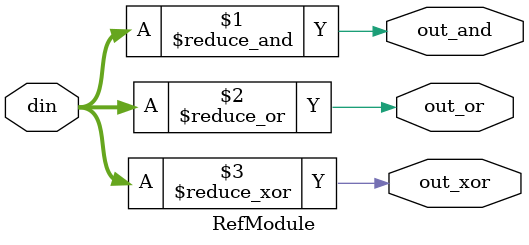
<source format=sv>

module RefModule (
  input [99:0] din,
  output out_and,
  output out_or,
  output out_xor
);

  assign out_and = &din;
  assign out_or = |din;
  assign out_xor = ^din;

endmodule


</source>
